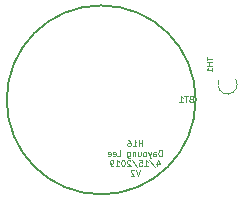
<source format=gbr>
G04 #@! TF.GenerationSoftware,KiCad,Pcbnew,(5.0.2)-1*
G04 #@! TF.CreationDate,2019-04-15T20:42:24-05:00*
G04 #@! TF.ProjectId,testDesign2,74657374-4465-4736-9967-6e322e6b6963,rev?*
G04 #@! TF.SameCoordinates,Original*
G04 #@! TF.FileFunction,Legend,Bot*
G04 #@! TF.FilePolarity,Positive*
%FSLAX46Y46*%
G04 Gerber Fmt 4.6, Leading zero omitted, Abs format (unit mm)*
G04 Created by KiCad (PCBNEW (5.0.2)-1) date 4/15/2019 8:42:24 PM*
%MOMM*%
%LPD*%
G01*
G04 APERTURE LIST*
%ADD10C,0.080000*%
%ADD11C,0.150000*%
%ADD12C,0.120000*%
%ADD13C,0.100000*%
G04 APERTURE END LIST*
D10*
X60969047Y-57231190D02*
X60969047Y-56731190D01*
X60969047Y-56969285D02*
X60683333Y-56969285D01*
X60683333Y-57231190D02*
X60683333Y-56731190D01*
X60183333Y-57231190D02*
X60469047Y-57231190D01*
X60326190Y-57231190D02*
X60326190Y-56731190D01*
X60373809Y-56802619D01*
X60421428Y-56850238D01*
X60469047Y-56874047D01*
X59754761Y-56731190D02*
X59850000Y-56731190D01*
X59897619Y-56755000D01*
X59921428Y-56778809D01*
X59969047Y-56850238D01*
X59992857Y-56945476D01*
X59992857Y-57135952D01*
X59969047Y-57183571D01*
X59945238Y-57207380D01*
X59897619Y-57231190D01*
X59802380Y-57231190D01*
X59754761Y-57207380D01*
X59730952Y-57183571D01*
X59707142Y-57135952D01*
X59707142Y-57016904D01*
X59730952Y-56969285D01*
X59754761Y-56945476D01*
X59802380Y-56921666D01*
X59897619Y-56921666D01*
X59945238Y-56945476D01*
X59969047Y-56969285D01*
X59992857Y-57016904D01*
X62623809Y-58061190D02*
X62623809Y-57561190D01*
X62504761Y-57561190D01*
X62433333Y-57585000D01*
X62385714Y-57632619D01*
X62361904Y-57680238D01*
X62338095Y-57775476D01*
X62338095Y-57846904D01*
X62361904Y-57942142D01*
X62385714Y-57989761D01*
X62433333Y-58037380D01*
X62504761Y-58061190D01*
X62623809Y-58061190D01*
X61909523Y-58061190D02*
X61909523Y-57799285D01*
X61933333Y-57751666D01*
X61980952Y-57727857D01*
X62076190Y-57727857D01*
X62123809Y-57751666D01*
X61909523Y-58037380D02*
X61957142Y-58061190D01*
X62076190Y-58061190D01*
X62123809Y-58037380D01*
X62147619Y-57989761D01*
X62147619Y-57942142D01*
X62123809Y-57894523D01*
X62076190Y-57870714D01*
X61957142Y-57870714D01*
X61909523Y-57846904D01*
X61719047Y-57727857D02*
X61600000Y-58061190D01*
X61480952Y-57727857D02*
X61600000Y-58061190D01*
X61647619Y-58180238D01*
X61671428Y-58204047D01*
X61719047Y-58227857D01*
X61219047Y-58061190D02*
X61266666Y-58037380D01*
X61290476Y-58013571D01*
X61314285Y-57965952D01*
X61314285Y-57823095D01*
X61290476Y-57775476D01*
X61266666Y-57751666D01*
X61219047Y-57727857D01*
X61147619Y-57727857D01*
X61100000Y-57751666D01*
X61076190Y-57775476D01*
X61052380Y-57823095D01*
X61052380Y-57965952D01*
X61076190Y-58013571D01*
X61100000Y-58037380D01*
X61147619Y-58061190D01*
X61219047Y-58061190D01*
X60623809Y-57727857D02*
X60623809Y-58061190D01*
X60838095Y-57727857D02*
X60838095Y-57989761D01*
X60814285Y-58037380D01*
X60766666Y-58061190D01*
X60695238Y-58061190D01*
X60647619Y-58037380D01*
X60623809Y-58013571D01*
X60385714Y-57727857D02*
X60385714Y-58061190D01*
X60385714Y-57775476D02*
X60361904Y-57751666D01*
X60314285Y-57727857D01*
X60242857Y-57727857D01*
X60195238Y-57751666D01*
X60171428Y-57799285D01*
X60171428Y-58061190D01*
X59719047Y-57727857D02*
X59719047Y-58132619D01*
X59742857Y-58180238D01*
X59766666Y-58204047D01*
X59814285Y-58227857D01*
X59885714Y-58227857D01*
X59933333Y-58204047D01*
X59719047Y-58037380D02*
X59766666Y-58061190D01*
X59861904Y-58061190D01*
X59909523Y-58037380D01*
X59933333Y-58013571D01*
X59957142Y-57965952D01*
X59957142Y-57823095D01*
X59933333Y-57775476D01*
X59909523Y-57751666D01*
X59861904Y-57727857D01*
X59766666Y-57727857D01*
X59719047Y-57751666D01*
X58861904Y-58061190D02*
X59100000Y-58061190D01*
X59100000Y-57561190D01*
X58504761Y-58037380D02*
X58552380Y-58061190D01*
X58647619Y-58061190D01*
X58695238Y-58037380D01*
X58719047Y-57989761D01*
X58719047Y-57799285D01*
X58695238Y-57751666D01*
X58647619Y-57727857D01*
X58552380Y-57727857D01*
X58504761Y-57751666D01*
X58480952Y-57799285D01*
X58480952Y-57846904D01*
X58719047Y-57894523D01*
X58076190Y-58037380D02*
X58123809Y-58061190D01*
X58219047Y-58061190D01*
X58266666Y-58037380D01*
X58290476Y-57989761D01*
X58290476Y-57799285D01*
X58266666Y-57751666D01*
X58219047Y-57727857D01*
X58123809Y-57727857D01*
X58076190Y-57751666D01*
X58052380Y-57799285D01*
X58052380Y-57846904D01*
X58290476Y-57894523D01*
X62207142Y-58557857D02*
X62207142Y-58891190D01*
X62326190Y-58367380D02*
X62445238Y-58724523D01*
X62135714Y-58724523D01*
X61588095Y-58367380D02*
X62016666Y-59010238D01*
X61159523Y-58891190D02*
X61445238Y-58891190D01*
X61302380Y-58891190D02*
X61302380Y-58391190D01*
X61350000Y-58462619D01*
X61397619Y-58510238D01*
X61445238Y-58534047D01*
X60707142Y-58391190D02*
X60945238Y-58391190D01*
X60969047Y-58629285D01*
X60945238Y-58605476D01*
X60897619Y-58581666D01*
X60778571Y-58581666D01*
X60730952Y-58605476D01*
X60707142Y-58629285D01*
X60683333Y-58676904D01*
X60683333Y-58795952D01*
X60707142Y-58843571D01*
X60730952Y-58867380D01*
X60778571Y-58891190D01*
X60897619Y-58891190D01*
X60945238Y-58867380D01*
X60969047Y-58843571D01*
X60111904Y-58367380D02*
X60540476Y-59010238D01*
X59969047Y-58438809D02*
X59945238Y-58415000D01*
X59897619Y-58391190D01*
X59778571Y-58391190D01*
X59730952Y-58415000D01*
X59707142Y-58438809D01*
X59683333Y-58486428D01*
X59683333Y-58534047D01*
X59707142Y-58605476D01*
X59992857Y-58891190D01*
X59683333Y-58891190D01*
X59373809Y-58391190D02*
X59326190Y-58391190D01*
X59278571Y-58415000D01*
X59254761Y-58438809D01*
X59230952Y-58486428D01*
X59207142Y-58581666D01*
X59207142Y-58700714D01*
X59230952Y-58795952D01*
X59254761Y-58843571D01*
X59278571Y-58867380D01*
X59326190Y-58891190D01*
X59373809Y-58891190D01*
X59421428Y-58867380D01*
X59445238Y-58843571D01*
X59469047Y-58795952D01*
X59492857Y-58700714D01*
X59492857Y-58581666D01*
X59469047Y-58486428D01*
X59445238Y-58438809D01*
X59421428Y-58415000D01*
X59373809Y-58391190D01*
X58730952Y-58891190D02*
X59016666Y-58891190D01*
X58873809Y-58891190D02*
X58873809Y-58391190D01*
X58921428Y-58462619D01*
X58969047Y-58510238D01*
X59016666Y-58534047D01*
X58492857Y-58891190D02*
X58397619Y-58891190D01*
X58349999Y-58867380D01*
X58326190Y-58843571D01*
X58278571Y-58772142D01*
X58254761Y-58676904D01*
X58254761Y-58486428D01*
X58278571Y-58438809D01*
X58302380Y-58415000D01*
X58349999Y-58391190D01*
X58445238Y-58391190D01*
X58492857Y-58415000D01*
X58516666Y-58438809D01*
X58540476Y-58486428D01*
X58540476Y-58605476D01*
X58516666Y-58653095D01*
X58492857Y-58676904D01*
X58445238Y-58700714D01*
X58349999Y-58700714D01*
X58302380Y-58676904D01*
X58278571Y-58653095D01*
X58254761Y-58605476D01*
X60754761Y-59221190D02*
X60588095Y-59721190D01*
X60421428Y-59221190D01*
X60278571Y-59268809D02*
X60254761Y-59245000D01*
X60207142Y-59221190D01*
X60088095Y-59221190D01*
X60040476Y-59245000D01*
X60016666Y-59268809D01*
X59992857Y-59316428D01*
X59992857Y-59364047D01*
X60016666Y-59435476D01*
X60302380Y-59721190D01*
X59992857Y-59721190D01*
D11*
G04 #@! TO.C,BT1*
X65500000Y-53300000D02*
G75*
G03X65500000Y-53300000I-8000000J0D01*
G01*
D12*
G04 #@! TO.C,TH1*
X67450641Y-51679905D02*
G75*
G03X68900000Y-51582867I749359J-320095D01*
G01*
G04 #@! TO.C,BT1*
D13*
X65092857Y-53214285D02*
X65021428Y-53238095D01*
X64997619Y-53261904D01*
X64973809Y-53309523D01*
X64973809Y-53380952D01*
X64997619Y-53428571D01*
X65021428Y-53452380D01*
X65069047Y-53476190D01*
X65259523Y-53476190D01*
X65259523Y-52976190D01*
X65092857Y-52976190D01*
X65045238Y-53000000D01*
X65021428Y-53023809D01*
X64997619Y-53071428D01*
X64997619Y-53119047D01*
X65021428Y-53166666D01*
X65045238Y-53190476D01*
X65092857Y-53214285D01*
X65259523Y-53214285D01*
X64830952Y-52976190D02*
X64545238Y-52976190D01*
X64688095Y-53476190D02*
X64688095Y-52976190D01*
X64116666Y-53476190D02*
X64402380Y-53476190D01*
X64259523Y-53476190D02*
X64259523Y-52976190D01*
X64307142Y-53047619D01*
X64354761Y-53095238D01*
X64402380Y-53119047D01*
G04 #@! TO.C,TH1*
X66426190Y-49657142D02*
X66426190Y-49942857D01*
X66926190Y-49800000D02*
X66426190Y-49800000D01*
X66926190Y-50109523D02*
X66426190Y-50109523D01*
X66664285Y-50109523D02*
X66664285Y-50395238D01*
X66926190Y-50395238D02*
X66426190Y-50395238D01*
X66926190Y-50895238D02*
X66926190Y-50609523D01*
X66926190Y-50752380D02*
X66426190Y-50752380D01*
X66497619Y-50704761D01*
X66545238Y-50657142D01*
X66569047Y-50609523D01*
G04 #@! TD*
M02*

</source>
